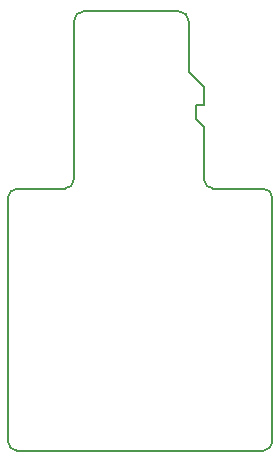
<source format=gbr>
%TF.GenerationSoftware,KiCad,Pcbnew,5.0.2*%
%TF.CreationDate,2019-04-27T21:36:03+08:00*%
%TF.ProjectId,aw-sd-dbg,61772d73-642d-4646-9267-2e6b69636164,rev?*%
%TF.SameCoordinates,Original*%
%TF.FileFunction,Profile,NP*%
%FSLAX46Y46*%
G04 Gerber Fmt 4.6, Leading zero omitted, Abs format (unit mm)*
G04 Created by KiCad (PCBNEW 5.0.2) date 2019年04月27日 星期六 21时36分03秒*
%MOMM*%
%LPD*%
G01*
G04 APERTURE LIST*
%ADD10C,0.150000*%
%ADD11C,0.200000*%
G04 APERTURE END LIST*
D10*
X107200000Y-60200000D02*
G75*
G02X106400000Y-59400000I0J800000D01*
G01*
X128800000Y-59400000D02*
G75*
G02X128000000Y-60200000I-800000J0D01*
G01*
X106400000Y-38800000D02*
G75*
G02X107200000Y-38000000I800000J0D01*
G01*
X128000000Y-38000000D02*
G75*
G02X128800000Y-38800000I0J-800000D01*
G01*
D11*
X107200000Y-38000000D02*
X111200000Y-38000000D01*
X106400000Y-59400000D02*
X106400000Y-38800000D01*
X128000000Y-60200000D02*
X107200000Y-60200000D01*
X128800000Y-38800000D02*
X128800000Y-59400000D01*
X123800000Y-38000000D02*
X128000000Y-38000000D01*
X112000000Y-37200000D02*
G75*
G02X111200000Y-38000000I-800000J0D01*
G01*
X123800000Y-38000000D02*
G75*
G02X123000000Y-37200000I0J800000D01*
G01*
D10*
X123000000Y-32800000D02*
X123000000Y-37200000D01*
X122300000Y-32100000D02*
X123000000Y-32800000D01*
X122300000Y-30900000D02*
X122300000Y-32100000D01*
X123000000Y-30900000D02*
X122300000Y-30900000D01*
X123000000Y-29400000D02*
X123000000Y-30900000D01*
X121700000Y-28100000D02*
X123000000Y-29400000D01*
X121700000Y-23800000D02*
X121700000Y-28100000D01*
X112000000Y-23800000D02*
X112000000Y-37200000D01*
X112800000Y-23000000D02*
X120900000Y-23000000D01*
X112000000Y-23800000D02*
G75*
G02X112800000Y-23000000I800000J0D01*
G01*
X120900000Y-23000000D02*
G75*
G02X121700000Y-23800000I0J-800000D01*
G01*
M02*

</source>
